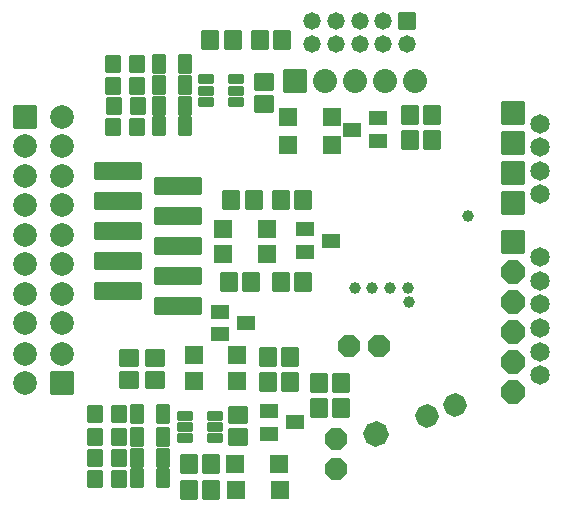
<source format=gbr>
%TF.GenerationSoftware,KiCad,Pcbnew,8.0.3*%
%TF.CreationDate,2024-06-29T02:25:23+02:00*%
%TF.ProjectId,io-16x-fused-fm,696f2d31-3678-42d6-9675-7365642d666d,rev?*%
%TF.SameCoordinates,Original*%
%TF.FileFunction,Soldermask,Bot*%
%TF.FilePolarity,Negative*%
%FSLAX46Y46*%
G04 Gerber Fmt 4.6, Leading zero omitted, Abs format (unit mm)*
G04 Created by KiCad (PCBNEW 8.0.3) date 2024-06-29 02:25:23*
%MOMM*%
%LPD*%
G01*
G04 APERTURE LIST*
G04 Aperture macros list*
%AMRoundRect*
0 Rectangle with rounded corners*
0 $1 Rounding radius*
0 $2 $3 $4 $5 $6 $7 $8 $9 X,Y pos of 4 corners*
0 Add a 4 corners polygon primitive as box body*
4,1,4,$2,$3,$4,$5,$6,$7,$8,$9,$2,$3,0*
0 Add four circle primitives for the rounded corners*
1,1,$1+$1,$2,$3*
1,1,$1+$1,$4,$5*
1,1,$1+$1,$6,$7*
1,1,$1+$1,$8,$9*
0 Add four rect primitives between the rounded corners*
20,1,$1+$1,$2,$3,$4,$5,0*
20,1,$1+$1,$4,$5,$6,$7,0*
20,1,$1+$1,$6,$7,$8,$9,0*
20,1,$1+$1,$8,$9,$2,$3,0*%
%AMFreePoly0*
4,1,25,0.406913,0.920396,0.419036,0.910042,0.910042,0.419036,0.938549,0.363088,0.939800,0.347194,0.939800,-0.347194,0.920396,-0.406913,0.910042,-0.419036,0.419036,-0.910042,0.363088,-0.938549,0.347194,-0.939800,-0.347194,-0.939800,-0.406913,-0.920396,-0.419036,-0.910042,-0.910042,-0.419036,-0.938549,-0.363088,-0.939800,-0.347194,-0.939800,0.347194,-0.920396,0.406913,-0.910042,0.419036,
-0.419036,0.910042,-0.363088,0.938549,-0.347194,0.939800,0.347194,0.939800,0.406913,0.920396,0.406913,0.920396,$1*%
%AMFreePoly1*
4,1,25,0.438476,0.996596,0.450599,0.986242,0.986242,0.450599,1.014749,0.394651,1.016000,0.378757,1.016000,-0.378757,0.996596,-0.438476,0.986242,-0.450599,0.450599,-0.986242,0.394651,-1.014749,0.378757,-1.016000,-0.378757,-1.016000,-0.438476,-0.996596,-0.450599,-0.986242,-0.986242,-0.450599,-1.014749,-0.394651,-1.016000,-0.378757,-1.016000,0.378757,-0.996596,0.438476,-0.986242,0.450599,
-0.450599,0.986242,-0.394651,1.014749,-0.378757,1.016000,0.378757,1.016000,0.438476,0.996596,0.438476,0.996596,$1*%
G04 Aperture macros list end*
%ADD10RoundRect,0.101600X0.635000X0.635000X-0.635000X0.635000X-0.635000X-0.635000X0.635000X-0.635000X0*%
%ADD11C,1.473200*%
%ADD12FreePoly0,0.000000*%
%ADD13RoundRect,0.101600X0.914400X-0.914400X0.914400X0.914400X-0.914400X0.914400X-0.914400X-0.914400X0*%
%ADD14C,2.032000*%
%ADD15FreePoly0,270.000000*%
%ADD16C,1.643200*%
%ADD17FreePoly1,110.000000*%
%ADD18RoundRect,0.101600X0.900000X-0.900000X0.900000X0.900000X-0.900000X0.900000X-0.900000X-0.900000X0*%
%ADD19C,2.003200*%
%ADD20RoundRect,0.101600X-0.900000X0.900000X-0.900000X-0.900000X0.900000X-0.900000X0.900000X0.900000X0*%
%ADD21RoundRect,0.101600X0.914400X0.914400X-0.914400X0.914400X-0.914400X-0.914400X0.914400X-0.914400X0*%
%ADD22FreePoly0,290.000000*%
%ADD23RoundRect,0.101600X-0.914400X0.914400X-0.914400X-0.914400X0.914400X-0.914400X0.914400X0.914400X0*%
%ADD24FreePoly1,270.000000*%
%ADD25RoundRect,0.101600X0.700000X-0.500000X0.700000X0.500000X-0.700000X0.500000X-0.700000X-0.500000X0*%
%ADD26RoundRect,0.101600X-0.650000X-0.750000X0.650000X-0.750000X0.650000X0.750000X-0.650000X0.750000X0*%
%ADD27RoundRect,0.101600X0.750000X-0.650000X0.750000X0.650000X-0.750000X0.650000X-0.750000X-0.650000X0*%
%ADD28RoundRect,0.101600X0.600000X0.650000X-0.600000X0.650000X-0.600000X-0.650000X0.600000X-0.650000X0*%
%ADD29RoundRect,0.101600X-0.700000X0.700000X-0.700000X-0.700000X0.700000X-0.700000X0.700000X0.700000X0*%
%ADD30RoundRect,0.101600X0.700000X-0.700000X0.700000X0.700000X-0.700000X0.700000X-0.700000X-0.700000X0*%
%ADD31RoundRect,0.101600X-0.600000X-0.650000X0.600000X-0.650000X0.600000X0.650000X-0.600000X0.650000X0*%
%ADD32RoundRect,0.101600X-0.500000X-0.750000X0.500000X-0.750000X0.500000X0.750000X-0.500000X0.750000X0*%
%ADD33RoundRect,0.501600X0.000010X0.000010X-0.000010X0.000010X-0.000010X-0.000010X0.000010X-0.000010X0*%
%ADD34RoundRect,0.101600X-0.582300X-0.298550X0.582300X-0.298550X0.582300X0.298550X-0.582300X0.298550X0*%
%ADD35RoundRect,0.101600X-0.750000X0.650000X-0.750000X-0.650000X0.750000X-0.650000X0.750000X0.650000X0*%
%ADD36RoundRect,0.101600X-0.700000X0.500000X-0.700000X-0.500000X0.700000X-0.500000X0.700000X0.500000X0*%
%ADD37RoundRect,0.101600X-1.905000X0.635000X-1.905000X-0.635000X1.905000X-0.635000X1.905000X0.635000X0*%
G04 APERTURE END LIST*
D10*
%TO.C,JP17*%
X158818400Y-85632050D03*
D11*
X158818400Y-87632050D03*
X156818400Y-85632050D03*
X156818400Y-87632050D03*
X154818400Y-85632050D03*
X154818400Y-87632050D03*
X152818400Y-85632050D03*
X152818400Y-87632050D03*
X150818400Y-85632050D03*
X150818400Y-87632050D03*
%TD*%
D12*
%TO.C,JP24*%
X152818400Y-121062050D03*
X152818400Y-123602050D03*
%TD*%
D13*
%TO.C,JP2*%
X149338400Y-90732050D03*
D14*
X151878400Y-90732050D03*
X154418400Y-90732050D03*
X156958400Y-90732050D03*
X159498400Y-90732050D03*
%TD*%
D15*
%TO.C,JP21*%
X156488400Y-113132050D03*
X153948400Y-113132050D03*
%TD*%
D16*
%TO.C,JP22*%
X170118400Y-94332050D03*
X170118400Y-96332050D03*
X170118400Y-98332050D03*
X170118400Y-100332050D03*
%TD*%
D17*
%TO.C,PRGBTN2*%
X156218400Y-120632050D03*
%TD*%
D18*
%TO.C,J3*%
X129618400Y-116332050D03*
D19*
X126518400Y-116332050D03*
X129618400Y-113832050D03*
X126518400Y-113832050D03*
%TD*%
D20*
%TO.C,J2*%
X126518400Y-93732050D03*
D19*
X129618400Y-93732050D03*
X126518400Y-96232050D03*
X129618400Y-96232050D03*
X126518400Y-98732050D03*
X129618400Y-98732050D03*
X126518400Y-101232050D03*
X129618400Y-101232050D03*
X126518400Y-103732050D03*
X129618400Y-103732050D03*
X126518400Y-106232050D03*
X129618400Y-106232050D03*
X126518400Y-108732050D03*
X129618400Y-108732050D03*
X126518400Y-111232050D03*
X129618400Y-111232050D03*
%TD*%
D16*
%TO.C,J1*%
X170118400Y-105632050D03*
X170118400Y-107632050D03*
X170118400Y-109632050D03*
X170118400Y-111632050D03*
X170118400Y-113632050D03*
X170118400Y-115632050D03*
%TD*%
D21*
%TO.C,JP23*%
X167818400Y-101042050D03*
X167818400Y-98502050D03*
X167818400Y-95962050D03*
X167818400Y-93422050D03*
%TD*%
D22*
%TO.C,JP18*%
X162911810Y-118197684D03*
X160524990Y-119066416D03*
%TD*%
D23*
%TO.C,JP1*%
X167818400Y-104382050D03*
D24*
X167818400Y-106922050D03*
X167818400Y-109462050D03*
X167818400Y-112002050D03*
X167818400Y-114542050D03*
X167818400Y-117082050D03*
%TD*%
D25*
%TO.C,D9*%
X147142600Y-120582050D03*
X147142600Y-118682050D03*
X149342600Y-119632050D03*
%TD*%
D26*
%TO.C,R15*%
X148168400Y-107732050D03*
X150068400Y-107732050D03*
%TD*%
%TO.C,R7*%
X143968400Y-100832050D03*
X145868400Y-100832050D03*
%TD*%
D27*
%TO.C,R1*%
X137518400Y-116082050D03*
X137518400Y-114182050D03*
%TD*%
D26*
%TO.C,R9*%
X147068400Y-114132050D03*
X148968400Y-114132050D03*
%TD*%
D28*
%TO.C,FB3*%
X134484400Y-124398750D03*
X132452400Y-124398750D03*
%TD*%
D29*
%TO.C,D3*%
X147992600Y-123132050D03*
X144292600Y-123132050D03*
%TD*%
D26*
%TO.C,R11*%
X151392600Y-116332050D03*
X153292600Y-116332050D03*
%TD*%
%TO.C,R13*%
X159068400Y-95732050D03*
X160968400Y-95732050D03*
%TD*%
D27*
%TO.C,C2*%
X146718400Y-92682050D03*
X146718400Y-90782050D03*
%TD*%
D28*
%TO.C,FB2*%
X134484400Y-120845350D03*
X132452400Y-120845350D03*
%TD*%
D29*
%TO.C,D4*%
X148092600Y-125332050D03*
X144392600Y-125332050D03*
%TD*%
D30*
%TO.C,D6*%
X143268400Y-103232050D03*
X146968400Y-103232050D03*
%TD*%
D31*
%TO.C,FB6*%
X133952400Y-89298750D03*
X135984400Y-89298750D03*
%TD*%
D28*
%TO.C,FB1*%
X134484400Y-118958750D03*
X132452400Y-118958750D03*
%TD*%
D32*
%TO.C,F3*%
X135968400Y-124378750D03*
X138168400Y-124378750D03*
%TD*%
D26*
%TO.C,R8*%
X143768400Y-107732050D03*
X145668400Y-107732050D03*
%TD*%
D28*
%TO.C,FB4*%
X134484400Y-122612050D03*
X132452400Y-122612050D03*
%TD*%
D33*
%TO.C,TP6*%
X164018400Y-102132050D03*
%TD*%
D26*
%TO.C,R6*%
X146368400Y-87232050D03*
X148268400Y-87232050D03*
%TD*%
D25*
%TO.C,D10*%
X143018400Y-112182050D03*
X143018400Y-110282050D03*
X145218400Y-111232050D03*
%TD*%
D34*
%TO.C,TVS2*%
X141843000Y-92482050D03*
X141843000Y-91532050D03*
X141843000Y-90582050D03*
X144393800Y-90582050D03*
X144393800Y-91532050D03*
X144393800Y-92482050D03*
%TD*%
D26*
%TO.C,R4*%
X140368400Y-125332050D03*
X142268400Y-125332050D03*
%TD*%
D34*
%TO.C,TVS1*%
X140043000Y-120982050D03*
X140043000Y-120032050D03*
X140043000Y-119082050D03*
X142593800Y-119082050D03*
X142593800Y-120032050D03*
X142593800Y-120982050D03*
%TD*%
D35*
%TO.C,C1*%
X144518400Y-118982050D03*
X144518400Y-120882050D03*
%TD*%
D30*
%TO.C,D8*%
X148768400Y-93732050D03*
X152468400Y-93732050D03*
%TD*%
D29*
%TO.C,D2*%
X144468400Y-113932050D03*
X140768400Y-113932050D03*
%TD*%
D26*
%TO.C,R10*%
X151392600Y-118432050D03*
X153292600Y-118432050D03*
%TD*%
D30*
%TO.C,D7*%
X148768400Y-96132050D03*
X152468400Y-96132050D03*
%TD*%
D31*
%TO.C,FB7*%
X133952400Y-94658750D03*
X135984400Y-94658750D03*
%TD*%
D32*
%TO.C,F2*%
X135968400Y-120892050D03*
X138168400Y-120892050D03*
%TD*%
D26*
%TO.C,R14*%
X148168400Y-100832050D03*
X150068400Y-100832050D03*
%TD*%
D29*
%TO.C,D1*%
X144468400Y-116132050D03*
X140768400Y-116132050D03*
%TD*%
D31*
%TO.C,FB5*%
X133952400Y-91112050D03*
X135984400Y-91112050D03*
%TD*%
D26*
%TO.C,R16*%
X159068400Y-93632050D03*
X160968400Y-93632050D03*
%TD*%
D32*
%TO.C,F1*%
X135968400Y-118932050D03*
X138168400Y-118932050D03*
%TD*%
D25*
%TO.C,D11*%
X150218400Y-105182050D03*
X150218400Y-103282050D03*
X152418400Y-104232050D03*
%TD*%
D33*
%TO.C,TP4*%
X159018400Y-109432050D03*
%TD*%
D27*
%TO.C,R2*%
X135318400Y-116082050D03*
X135318400Y-114182050D03*
%TD*%
D33*
%TO.C,TP1*%
X154418400Y-108232050D03*
%TD*%
%TO.C,TP2*%
X155918400Y-108232050D03*
%TD*%
%TO.C,TP3*%
X157418400Y-108232050D03*
%TD*%
D26*
%TO.C,R3*%
X140368400Y-123132050D03*
X142268400Y-123132050D03*
%TD*%
D36*
%TO.C,D12*%
X156418400Y-93882050D03*
X156418400Y-95782050D03*
X154218400Y-94832050D03*
%TD*%
D32*
%TO.C,F5*%
X137868400Y-91025350D03*
X140068400Y-91025350D03*
%TD*%
D31*
%TO.C,FB8*%
X134052400Y-92845350D03*
X136084400Y-92845350D03*
%TD*%
D37*
%TO.C,X1*%
X139458400Y-109747050D03*
X134378400Y-108477050D03*
X139458400Y-107207050D03*
X134378400Y-105937050D03*
X139458400Y-104667050D03*
X134378400Y-103397050D03*
X139458400Y-102127050D03*
X134378400Y-100857050D03*
X139458400Y-99587050D03*
X134378400Y-98317050D03*
%TD*%
D26*
%TO.C,R5*%
X142168400Y-87232050D03*
X144068400Y-87232050D03*
%TD*%
D32*
%TO.C,F8*%
X137868400Y-92832050D03*
X140068400Y-92832050D03*
%TD*%
%TO.C,F6*%
X137868400Y-89285350D03*
X140068400Y-89285350D03*
%TD*%
D33*
%TO.C,TP5*%
X158918400Y-108232050D03*
%TD*%
D32*
%TO.C,F4*%
X135968400Y-122638750D03*
X138168400Y-122638750D03*
%TD*%
%TO.C,F7*%
X137868400Y-94572050D03*
X140068400Y-94572050D03*
%TD*%
D30*
%TO.C,D5*%
X143268400Y-105332050D03*
X146968400Y-105332050D03*
%TD*%
D26*
%TO.C,R12*%
X147068400Y-116232050D03*
X148968400Y-116232050D03*
%TD*%
M02*

</source>
